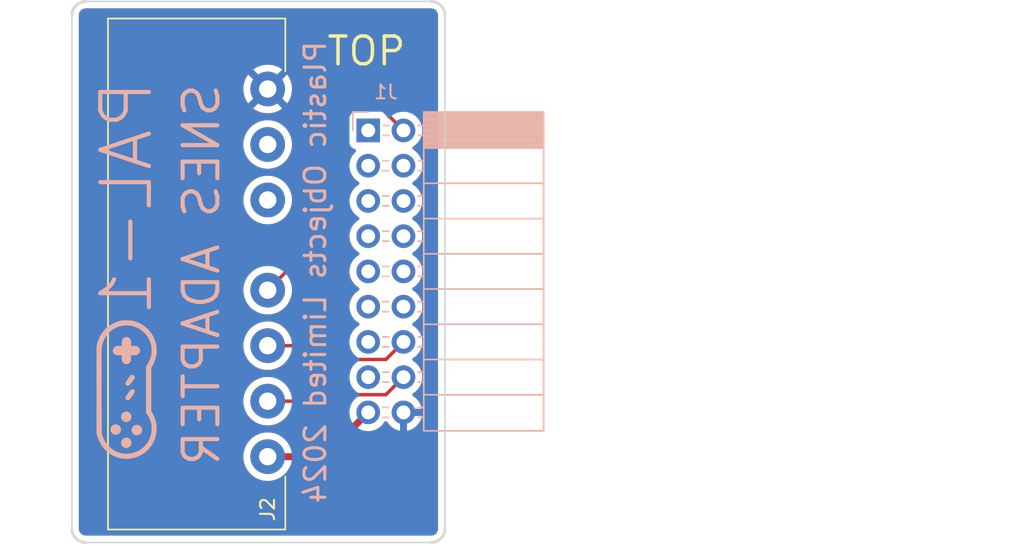
<source format=kicad_pcb>
(kicad_pcb (version 20221018) (generator pcbnew)
  (layers (0 "F.Cu" signal) (31 "B.Cu" signal) (34 "B.Paste" user) (35 "F.Paste" user) (36 "B.SilkS" user "B.Silkscreen") (37 "F.SilkS" user "F.Silkscreen") (38 "B.Mask" user) (39 "F.Mask" user) (44 "Edge.Cuts" user))
  (net 0 "")
  (net 12 "/VCC")
  (net 13 "/GND")
  (net 16 "/DATA")
  (net 17 "/LATCH")
  (net 18 "/CLOCK")
  (footprint "SNES:Connector" (layer "F.Cu") (at 94.234 93.282 90)
    (fp_text reference "J2" (at -16.319 0 90 unlocked) (layer "F.SilkS"))
    (fp_text value "SNES SOCKET")
    (fp_line (start -17.78 -11.5) (end -17.78 1.27) (stroke (width 0.12)) (layer "F.SilkS"))
    (fp_line (start -17.78 1.27) (end -13.97 1.27) (stroke (width 0.12)) (layer "F.SilkS"))
    (fp_line (start 15.24 1.27) (end 19.05 1.27) (stroke (width 0.12)) (layer "F.SilkS"))
    (fp_line (start 19.05 -11.5) (end -17.78 -11.5) (stroke (width 0.12)) (layer "F.SilkS"))
    (fp_line (start 19.05 1.27) (end 19.05 -11.5) (stroke (width 0.12)) (layer "F.SilkS"))
    (pad "1" thru_hole circle (at -12.53 0 90) (size 2.5 2.5) (drill 1.25) (layers "*.Cu" "*.Mask") (net 12 "/VCC"))
    (pad "2" thru_hole circle (at -8.53 0 90) (size 2.5 2.5) (drill 1.25) (layers "*.Cu" "*.Mask") (net 18 "/CLOCK"))
    (pad "3" thru_hole circle (at -4.53 0 90) (size 2.5 2.5) (drill 1.25) (layers "*.Cu" "*.Mask") (net 17 "/LATCH"))
    (pad "4" thru_hole circle (at -0.53 0 90) (size 2.5 2.5) (drill 1.25) (layers "*.Cu" "*.Mask") (net 16 "/DATA"))
    (pad "5" thru_hole circle (at 5.97 0 90) (size 2.5 2.5) (drill 1.25) (layers "*.Cu" "*.Mask"))
    (pad "6" thru_hole circle (at 9.97 0 90) (size 2.5 2.5) (drill 1.25) (layers "*.Cu" "*.Mask"))
    (pad "7" thru_hole circle (at 13.97 0 90) (size 2.5 2.5) (drill 1.25) (layers "*.Cu" "*.Mask") (net 13 "/GND"))
  )
  (footprint "Connector_PinSocket_2.54mm:PinSocket_2x09_P2.54mm_Horizontal" (layer "B.Cu") (at 101.473 82.3 180)
    (fp_text reference "J1" (at -1.27 2.77) (layer "B.SilkS") (effects (justify mirror)))
    (fp_text value "Conn_Adapter_A")
    (fp_line (start -12.63 -21.65) (end -4 -21.65) (stroke (width 0.12)) (layer "B.SilkS"))
    (fp_line (start -12.63 -19.05) (end -4 -19.05) (stroke (width 0.12)) (layer "B.SilkS"))
    (fp_line (start -12.63 -16.51) (end -4 -16.51) (stroke (width 0.12)) (layer "B.SilkS"))
    (fp_line (start -12.63 -13.97) (end -4 -13.97) (stroke (width 0.12)) (layer "B.SilkS"))
    (fp_line (start -12.63 -11.43) (end -4 -11.43) (stroke (width 0.12)) (layer "B.SilkS"))
    (fp_line (start -12.63 -8.89) (end -4 -8.89) (stroke (width 0.12)) (layer "B.SilkS"))
    (fp_line (start -12.63 -6.35) (end -4 -6.35) (stroke (width 0.12)) (layer "B.SilkS"))
    (fp_line (start -12.63 -3.81) (end -4 -3.81) (stroke (width 0.12)) (layer "B.SilkS"))
    (fp_line (start -12.63 -1.27) (end -4 -1.27) (stroke (width 0.12)) (layer "B.SilkS"))
    (fp_line (start -12.63 -1.1519) (end -4 -1.1519) (stroke (width 0.12)) (layer "B.SilkS"))
    (fp_line (start -12.63 -1.033805) (end -4 -1.033805) (stroke (width 0.12)) (layer "B.SilkS"))
    (fp_line (start -12.63 -0.91571) (end -4 -0.91571) (stroke (width 0.12)) (layer "B.SilkS"))
    (fp_line (start -12.63 -0.797615) (end -4 -0.797615) (stroke (width 0.12)) (layer "B.SilkS"))
    (fp_line (start -12.63 -0.67952) (end -4 -0.67952) (stroke (width 0.12)) (layer "B.SilkS"))
    (fp_line (start -12.63 -0.561425) (end -4 -0.561425) (stroke (width 0.12)) (layer "B.SilkS"))
    (fp_line (start -12.63 -0.44333) (end -4 -0.44333) (stroke (width 0.12)) (layer "B.SilkS"))
    (fp_line (start -12.63 -0.325235) (end -4 -0.325235) (stroke (width 0.12)) (layer "B.SilkS"))
    (fp_line (start -12.63 -0.20714) (end -4 -0.20714) (stroke (width 0.12)) (layer "B.SilkS"))
    (fp_line (start -12.63 -0.089045) (end -4 -0.089045) (stroke (width 0.12)) (layer "B.SilkS"))
    (fp_line (start -12.63 0.02905) (end -4 0.02905) (stroke (width 0.12)) (layer "B.SilkS"))
    (fp_line (start -12.63 0.147145) (end -4 0.147145) (stroke (width 0.12)) (layer "B.SilkS"))
    (fp_line (start -12.63 0.26524) (end -4 0.26524) (stroke (width 0.12)) (layer "B.SilkS"))
    (fp_line (start -12.63 0.383335) (end -4 0.383335) (stroke (width 0.12)) (layer "B.SilkS"))
    (fp_line (start -12.63 0.50143) (end -4 0.50143) (stroke (width 0.12)) (layer "B.SilkS"))
    (fp_line (start -12.63 0.619525) (end -4 0.619525) (stroke (width 0.12)) (layer "B.SilkS"))
    (fp_line (start -12.63 0.73762) (end -4 0.73762) (stroke (width 0.12)) (layer "B.SilkS"))
    (fp_line (start -12.63 0.855715) (end -4 0.855715) (stroke (width 0.12)) (layer "B.SilkS"))
    (fp_line (start -12.63 0.97381) (end -4 0.97381) (stroke (width 0.12)) (layer "B.SilkS"))
    (fp_line (start -12.63 1.091905) (end -4 1.091905) (stroke (width 0.12)) (layer "B.SilkS"))
    (fp_line (start -12.63 1.21) (end -4 1.21) (stroke (width 0.12)) (layer "B.SilkS"))
    (fp_line (start -12.63 1.33) (end -12.63 -21.65) (stroke (width 0.12)) (layer "B.SilkS"))
    (fp_line (start -12.63 1.33) (end -4 1.33) (stroke (width 0.12)) (layer "B.SilkS"))
    (fp_line (start -4 -20.68) (end -3.59 -20.68) (stroke (width 0.12)) (layer "B.SilkS"))
    (fp_line (start -4 -19.96) (end -3.59 -19.96) (stroke (width 0.12)) (layer "B.SilkS"))
    (fp_line (start -4 -18.14) (end -3.59 -18.14) (stroke (width 0.12)) (layer "B.SilkS"))
    (fp_line (start -4 -17.42) (end -3.59 -17.42) (stroke (width 0.12)) (layer "B.SilkS"))
    (fp_line (start -4 -15.6) (end -3.59 -15.6) (stroke (width 0.12)) (layer "B.SilkS"))
    (fp_line (start -4 -14.88) (end -3.59 -14.88) (stroke (width 0.12)) (layer "B.SilkS"))
    (fp_line (start -4 -13.06) (end -3.59 -13.06) (stroke (width 0.12)) (layer "B.SilkS"))
    (fp_line (start -4 -12.34) (end -3.59 -12.34) (stroke (width 0.12)) (layer "B.SilkS"))
    (fp_line (start -4 -10.52) (end -3.59 -10.52) (stroke (width 0.12)) (layer "B.SilkS"))
    (fp_line (start -4 -9.8) (end -3.59 -9.8) (stroke (width 0.12)) (layer "B.SilkS"))
    (fp_line (start -4 -7.98) (end -3.59 -7.98) (stroke (width 0.12)) (layer "B.SilkS"))
    (fp_line (start -4 -7.26) (end -3.59 -7.26) (stroke (width 0.12)) (layer "B.SilkS"))
    (fp_line (start -4 -5.44) (end -3.59 -5.44) (stroke (width 0.12)) (layer "B.SilkS"))
    (fp_line (start -4 -4.72) (end -3.59 -4.72) (stroke (width 0.12)) (layer "B.SilkS"))
    (fp_line (start -4 -2.9) (end -3.59 -2.9) (stroke (width 0.12)) (layer "B.SilkS"))
    (fp_line (start -4 -2.18) (end -3.59 -2.18) (stroke (width 0.12)) (layer "B.SilkS"))
    (fp_line (start -4 -0.36) (end -3.59 -0.36) (stroke (width 0.12)) (layer "B.SilkS"))
    (fp_line (start -4 0.36) (end -3.59 0.36) (stroke (width 0.12)) (layer "B.SilkS"))
    (fp_line (start -4 1.33) (end -4 -21.65) (stroke (width 0.12)) (layer "B.SilkS"))
    (fp_line (start -1.49 -20.68) (end -1.05 -20.68) (stroke (width 0.12)) (layer "B.SilkS"))
    (fp_line (start -1.49 -19.96) (end -1.05 -19.96) (stroke (width 0.12)) (layer "B.SilkS"))
    (fp_line (start -1.49 -18.14) (end -1.05 -18.14) (stroke (width 0.12)) (layer "B.SilkS"))
    (fp_line (start -1.49 -17.42) (end -1.05 -17.42) (stroke (width 0.12)) (layer "B.SilkS"))
    (fp_line (start -1.49 -15.6) (end -1.05 -15.6) (stroke (width 0.12)) (layer "B.SilkS"))
    (fp_line (start -1.49 -14.88) (end -1.05 -14.88) (stroke (width 0.12)) (layer "B.SilkS"))
    (fp_line (start -1.49 -13.06) (end -1.05 -13.06) (stroke (width 0.12)) (layer "B.SilkS"))
    (fp_line (start -1.49 -12.34) (end -1.05 -12.34) (stroke (width 0.12)) (layer "B.SilkS"))
    (fp_line (start -1.49 -10.52) (end -1.05 -10.52) (stroke (width 0.12)) (layer "B.SilkS"))
    (fp_line (start -1.49 -9.8) (end -1.05 -9.8) (stroke (width 0.12)) (layer "B.SilkS"))
    (fp_line (start -1.49 -7.98) (end -1.05 -7.98) (stroke (width 0.12)) (layer "B.SilkS"))
    (fp_line (start -1.49 -7.26) (end -1.05 -7.26) (stroke (width 0.12)) (layer "B.SilkS"))
    (fp_line (start -1.49 -5.44) (end -1.05 -5.44) (stroke (width 0.12)) (layer "B.SilkS"))
    (fp_line (start -1.49 -4.72) (end -1.05 -4.72) (stroke (width 0.12)) (layer "B.SilkS"))
    (fp_line (start -1.49 -2.9) (end -1.05 -2.9) (stroke (width 0.12)) (layer "B.SilkS"))
    (fp_line (start -1.49 -2.18) (end -1.05 -2.18) (stroke (width 0.12)) (layer "B.SilkS"))
    (fp_line (start -1.49 -0.36) (end -1.11 -0.36) (stroke (width 0.12)) (layer "B.SilkS"))
    (fp_line (start -1.49 0.36) (end -1.11 0.36) (stroke (width 0.12)) (layer "B.SilkS"))
    (fp_line (start 0 1.33) (end 1.11 1.33) (stroke (width 0.12)) (layer "B.SilkS"))
    (fp_line (start 1.11 1.33) (end 1.11 0) (stroke (width 0.12)) (layer "B.SilkS"))
    (pad "1" thru_hole rect (at 0 0 180) (size 1.7 1.7) (drill 1) (layers "*.Cu" "*.Mask"))
    (pad "2" thru_hole oval (at -2.54 0 180) (size 1.7 1.7) (drill 1) (layers "*.Cu" "*.Mask") (net 16 "/DATA"))
    (pad "3" thru_hole oval (at 0 -2.54 180) (size 1.7 1.7) (drill 1) (layers "*.Cu" "*.Mask"))
    (pad "4" thru_hole oval (at -2.54 -2.54 180) (size 1.7 1.7) (drill 1) (layers "*.Cu" "*.Mask"))
    (pad "5" thru_hole oval (at 0 -5.08 180) (size 1.7 1.7) (drill 1) (layers "*.Cu" "*.Mask"))
    (pad "6" thru_hole oval (at -2.54 -5.08 180) (size 1.7 1.7) (drill 1) (layers "*.Cu" "*.Mask"))
    (pad "7" thru_hole oval (at 0 -7.62 180) (size 1.7 1.7) (drill 1) (layers "*.Cu" "*.Mask"))
    (pad "8" thru_hole oval (at -2.54 -7.62 180) (size 1.7 1.7) (drill 1) (layers "*.Cu" "*.Mask"))
    (pad "9" thru_hole oval (at 0 -10.16 180) (size 1.7 1.7) (drill 1) (layers "*.Cu" "*.Mask"))
    (pad "10" thru_hole oval (at -2.54 -10.16 180) (size 1.7 1.7) (drill 1) (layers "*.Cu" "*.Mask"))
    (pad "11" thru_hole oval (at 0 -12.7 180) (size 1.7 1.7) (drill 1) (layers "*.Cu" "*.Mask"))
    (pad "12" thru_hole oval (at -2.54 -12.7 180) (size 1.7 1.7) (drill 1) (layers "*.Cu" "*.Mask"))
    (pad "13" thru_hole oval (at 0 -15.24 180) (size 1.7 1.7) (drill 1) (layers "*.Cu" "*.Mask"))
    (pad "14" thru_hole oval (at -2.54 -15.24 180) (size 1.7 1.7) (drill 1) (layers "*.Cu" "*.Mask") (net 17 "/LATCH"))
    (pad "15" thru_hole oval (at 0 -17.78 180) (size 1.7 1.7) (drill 1) (layers "*.Cu" "*.Mask"))
    (pad "16" thru_hole oval (at -2.54 -17.78 180) (size 1.7 1.7) (drill 1) (layers "*.Cu" "*.Mask") (net 18 "/CLOCK"))
    (pad "17" thru_hole oval (at 0 -20.32 180) (size 1.7 1.7) (drill 1) (layers "*.Cu" "*.Mask") (net 12 "/VCC"))
    (pad "18" thru_hole oval (at -2.54 -20.32 180) (size 1.7 1.7) (drill 1) (layers "*.Cu" "*.Mask") (net 13 "/GND"))
  )
  (footprint "SNES:Controller" (layer "B.Cu") (at 84.074 100.977 -90)
    (fp_text reference "G***" hide)
    (fp_text value "LOGO" hide)
    (fp_poly (pts (xy 2.973189 1.148672) (xy 3.087066 1.09785) (xy 3.147671 1.048731) (xy 3.227739 0.940957) (xy 3.260124 0.819325) (xy 3.249304 0.695717) (xy 3.19863 0.57242) (xy 3.114302 0.479151) (xy 3.005636 0.420277) (xy 2.881952 0.400166) (xy 2.752564 0.423186) (xy 2.70812 0.442012) (xy 2.605506 0.519278) (xy 2.536846 0.629868) (xy 2.508209 0.749792) (xy 2.51709 0.88013) (xy 2.564785 0.990239) (xy 2.642768 1.076133) (xy 2.742514 1.133828) (xy 2.855496 1.159336)) (fill solid) (layer "B.SilkS"))
    (fp_poly (pts (xy 2.988627 -0.360866) (xy 3.09386 -0.402406) (xy 3.190466 -0.478282) (xy 3.260474 -0.573664) (xy 3.269117 -0.592363) (xy 3.298576 -0.718824) (xy 3.285235 -0.839174) (xy 3.236005 -0.946577) (xy 3.157798 -1.034198) (xy 3.057524 -1.095199) (xy 2.942095 -1.122745) (xy 2.818422 -1.11) (xy 2.765221 -1.090783) (xy 2.657124 -1.017915) (xy 2.583246 -0.916864) (xy 2.545987 -0.79808) (xy 2.54775 -0.672012) (xy 2.590934 -0.549111) (xy 2.62794 -0.493215) (xy 2.704736 -0.428257) (xy 2.809222 -0.380488) (xy 2.919911 -0.357793)) (fill solid) (layer "B.SilkS"))
    (fp_poly (pts (xy 3.904218 0.396724) (xy 4.015705 0.352857) (xy 4.02922 0.344088) (xy 4.141531 0.244804) (xy 4.205721 0.133172) (xy 4.221419 0.010336) (xy 4.188252 -0.12256) (xy 4.184163 -0.132047) (xy 4.109455 -0.244529) (xy 4.006074 -0.320574) (xy 3.883535 -0.356021) (xy 3.751348 -0.346712) (xy 3.716622 -0.336464) (xy 3.597406 -0.276052) (xy 3.515573 -0.186875) (xy 3.487482 -0.132183) (xy 3.458701 -0.010443) (xy 3.471108 0.106234) (xy 3.517654 0.211649) (xy 3.591288 0.299603) (xy 3.68496 0.363899) (xy 3.79162 0.398338)) (fill solid) (layer "B.SilkS"))
    (fp_poly (pts (xy 2.054296 0.389365) (xy 2.101769 0.375493) (xy 2.192444 0.317271) (xy 2.273108 0.229853) (xy 2.328573 0.131509) (xy 2.341556 0.087041) (xy 2.340427 -0.030803) (xy 2.300108 -0.148872) (xy 2.22814 -0.249473) (xy 2.181516 -0.288465) (xy 2.067958 -0.338771) (xy 1.941204 -0.352146) (xy 1.818845 -0.32836) (xy 1.751711 -0.29404) (xy 1.667087 -0.213722) (xy 1.605307 -0.111513) (xy 1.577201 -0.006238) (xy 1.576551 0.010477) (xy 1.594193 0.104264) (xy 1.63949 0.206924) (xy 1.700999 0.296085) (xy 1.742545 0.334985) (xy 1.832867 0.376398) (xy 1.944895 0.39544)) (fill solid) (layer "B.SilkS"))
    (fp_poly (pts (xy -0.351012 0.057475) (xy -0.322096 0.027257) (xy -0.283483 -0.032516) (xy -0.271783 -0.089474) (xy -0.290171 -0.149071) (xy -0.341819 -0.216762) (xy -0.429902 -0.298003) (xy -0.557592 -0.398247) (xy -0.578919 -0.414189) (xy -0.703365 -0.503581) (xy -0.797832 -0.561933) (xy -0.869805 -0.591391) (xy -0.926768 -0.594103) (xy -0.976205 -0.572214) (xy -1.014635 -0.539167) (xy -1.067167 -0.460464) (xy -1.071189 -0.374448) (xy -1.060268 -0.33831) (xy -1.035062 -0.308088) (xy -0.977759 -0.255514) (xy -0.89666 -0.187782) (xy -0.80007 -0.112081) (xy -0.792108 -0.106037) (xy -0.657198 -0.008823) (xy -0.551546 0.054458) (xy -0.469239 0.085484) (xy -0.404365 0.085931)) (fill solid) (layer "B.SilkS"))
    (fp_poly (pts (xy 0.68411 0.06399) (xy 0.745186 0.00877) (xy 0.772804 -0.068482) (xy 0.75984 -0.155675) (xy 0.750424 -0.17576) (xy 0.717124 -0.21452) (xy 0.652961 -0.27147) (xy 0.567684 -0.339559) (xy 0.471043 -0.411739) (xy 0.372787 -0.480961) (xy 0.282664 -0.540174) (xy 0.210424 -0.582331) (xy 0.165816 -0.60038) (xy 0.162886 -0.600591) (xy 0.104098 -0.585423) (xy 0.041171 -0.54893) (xy 0.040911 -0.548726) (xy -0.013855 -0.477427) (xy -0.022827 -0.388731) (xy -0.009233 -0.33831) (xy 0.015972 -0.308088) (xy 0.073276 -0.255514) (xy 0.154374 -0.187782) (xy 0.250965 -0.112081) (xy 0.258927 -0.106037) (xy 0.373663 -0.021364) (xy 0.458677 0.035318) (xy 0.522187 0.068659) (xy 0.572412 0.083308) (xy 0.596704 0.085083)) (fill solid) (layer "B.SilkS"))
    (fp_poly (pts (xy -2.694748 0.975433) (xy -2.595312 0.918063) (xy -2.527883 0.838963) (xy -2.500321 0.781849) (xy -2.484596 0.711765) (xy -2.478074 0.613818) (xy -2.477439 0.553844) (xy -2.477439 0.350344) (xy -2.283108 0.350344) (xy -2.128762 0.340401) (xy -2.013206 0.308392) (xy -1.928841 0.251046) (xy -1.872525 0.173629) (xy -1.831542 0.051303) (xy -1.840445 -0.07142) (xy -1.87063 -0.148026) (xy -1.932104 -0.231484) (xy -2.020206 -0.28691) (xy -2.141644 -0.317188) (xy -2.283108 -0.325321) (xy -2.477439 -0.325321) (xy -2.477439 -0.527913) (xy -2.483812 -0.667101) (xy -2.506215 -0.768545) (xy -2.549577 -0.843301) (xy -2.618825 -0.902426) (xy -2.653764 -0.923553) (xy -2.756357 -0.966887) (xy -2.849598 -0.969544) (xy -2.952408 -0.932129) (xy -3.04742 -0.867425) (xy -3.109853 -0.781057) (xy -3.143721 -0.664868) (xy -3.153104 -0.524307) (xy -3.153104 -0.3303) (xy -3.380267 -0.321554) (xy -3.488211 -0.316692) (xy -3.559326 -0.309333) (xy -3.606803 -0.295215) (xy -3.64383 -0.270079) (xy -3.683598 -0.229661) (xy -3.691562 -0.220984) (xy -3.768606 -0.10943) (xy -3.795818 0.003252) (xy -3.773413 0.11817) (xy -3.762532 0.142473) (xy -3.69934 0.239321) (xy -3.616456 0.303337) (xy -3.505213 0.338884) (xy -3.356939 0.350326) (xy -3.3496 0.350344) (xy -3.153104 0.350344) (xy -3.15301 0.544285) (xy -3.149081 0.661904) (xy -3.135655 0.74486) (xy -3.11007 0.808071) (xy -3.104156 0.818197) (xy -3.020641 0.914771) (xy -2.917706 0.973416) (xy -2.805644 0.993761)) (fill solid) (layer "B.SilkS"))
    (fp_poly (pts (xy 3.344907 2.11007) (xy 3.657149 2.002501) (xy 3.94341 1.855581) (xy 4.201015 1.673156) (xy 4.427291 1.459071) (xy 4.619564 1.217173) (xy 4.775159 0.951307) (xy 4.891403 0.665319) (xy 4.965622 0.363054) (xy 4.995141 0.048359) (xy 4.981171 -0.243271) (xy 4.920376 -0.560212) (xy 4.8151 -0.860333) (xy 4.668881 -1.139559) (xy 4.485254 -1.39382) (xy 4.267756 -1.619043) (xy 4.019924 -1.811155) (xy 3.745293 -1.966084) (xy 3.4474 -2.079757) (xy 3.367162 -2.101903) (xy 3.04374 -2.159267) (xy 2.718303 -2.168498) (xy 2.39659 -2.130358) (xy 2.084339 -2.045603) (xy 1.78729 -1.914995) (xy 1.73454 -1.885912) (xy 1.542984 -1.776749) (xy -0.006162 -1.776749) (xy -1.555308 -1.776749) (xy -1.728675 -1.878001) (xy -2.016955 -2.018252) (xy -2.323086 -2.114756) (xy -2.63951 -2.166182) (xy -2.958668 -2.171197) (xy -3.215665 -2.140014) (xy -3.530221 -2.056729) (xy -3.824922 -1.929609) (xy -4.095881 -1.762253) (xy -4.339212 -1.558261) (xy -4.551026 -1.321231) (xy -4.727438 -1.054762) (xy -4.864559 -0.762454) (xy -4.9338 -0.549188) (xy -4.959726 -0.441244) (xy -4.97677 -0.336754) (xy -4.986552 -0.220191) (xy -4.990693 -0.076032) (xy -4.9909 -0.04123) (xy -4.627286 -0.04123) (xy -4.59442 -0.333073) (xy -4.512263 -0.623716) (xy -4.425649 -0.825111) (xy -4.324891 -0.993691) (xy -4.191181 -1.164727) (xy -4.036303 -1.326087) (xy -3.87204 -1.465641) (xy -3.710177 -1.57126) (xy -3.691133 -1.581251) (xy -3.553555 -1.64504) (xy -3.405759 -1.703193) (xy -3.26404 -1.749963) (xy -3.144693 -1.779599) (xy -3.115567 -1.784305) (xy -2.983829 -1.794924) (xy -2.828357 -1.797085) (xy -2.66908 -1.791349) (xy -2.525931 -1.778279) (xy -2.447826 -1.765458) (xy -2.263585 -1.714674) (xy -2.077234 -1.642694) (xy -1.907861 -1.557653) (xy -1.805627 -1.491794) (xy -1.682458 -1.40138) (xy -0.006218 -1.40138) (xy 1.670022 -1.40138) (xy 1.832584 -1.510389) (xy 1.935275 -1.571268) (xy 2.062085 -1.635129) (xy 2.189299 -1.690234) (xy 2.217524 -1.70095) (xy 2.331065 -1.739825) (xy 2.43027 -1.765646) (xy 2.533856 -1.781871) (xy 2.660537 -1.791959) (xy 2.728316 -1.795341) (xy 2.975111 -1.793602) (xy 3.200245 -1.762505) (xy 3.420835 -1.698394) (xy 3.653596 -1.597812) (xy 3.759538 -1.541912) (xy 3.850608 -1.483034) (xy 3.940532 -1.410786) (xy 4.043033 -1.314776) (xy 4.092599 -1.265408) (xy 4.198437 -1.155448) (xy 4.277154 -1.063678) (xy 4.339461 -0.975518) (xy 4.396069 -0.876392) (xy 4.434375 -0.800214) (xy 4.548288 -0.514717) (xy 4.612194 -0.228853) (xy 4.626077 0.057279) (xy 4.592227 0.332631) (xy 4.529395 0.577037) (xy 4.445991 0.78735) (xy 4.3344 0.977721) (xy 4.187005 1.162297) (xy 4.091527 1.262851) (xy 3.932009 1.41102) (xy 3.77714 1.52607) (xy 3.609387 1.619115) (xy 3.41122 1.701268) (xy 3.384862 1.710815) (xy 3.165615 1.789261) (xy 0.100098 1.796302) (xy -0.360845 1.797308) (xy -0.774484 1.79808) (xy -1.143564 1.798588) (xy -1.47083 1.798804) (xy -1.759026 1.798702) (xy -2.010898 1.798253) (xy -2.22919 1.797429) (xy -2.416648 1.796202) (xy -2.576016 1.794545) (xy -2.710039 1.79243) (xy -2.821462 1.789828) (xy -2.913029 1.786712) (xy -2.987487 1.783055) (xy -3.047579 1.778828) (xy -3.09605 1.774003) (xy -3.135646 1.768552) (xy -3.165616 1.763159) (xy -3.454348 1.680802) (xy -3.720738 1.555952) (xy -3.960804 1.392148) (xy -4.170564 1.192928) (xy -4.346036 0.961831) (xy -4.483236 0.702394) (xy -4.544442 0.538029) (xy -4.610685 0.249806) (xy -4.627286 -0.04123) (xy -4.9909 -0.04123) (xy -4.991146 0) (xy -4.986456 0.208933) (xy -4.969445 0.385049) (xy -4.936657 0.544788) (xy -4.884631 0.70459) (xy -4.809913 0.880897) (xy -4.802497 0.89697) (xy -4.640232 1.189577) (xy -4.441137 1.449158) (xy -4.207749 1.673592) (xy -3.942602 1.860762) (xy -3.648233 2.008548) (xy -3.353301 2.108033) (xy -3.140592 2.16463) (xy 0 2.16463) (xy 3.140591 2.16463)) (fill solid) (layer "B.SilkS"))
  )
  (gr_arc (start 106 73) (mid 106.707106 73.292893) (end 107 74) (stroke (width 0.2)) (layer "Edge.Cuts"))
  (gr_line (start 81.137 73) (end 106 73) (stroke (width 0.1)) (layer "Edge.Cuts"))
  (gr_arc (start 80.137 74) (mid 80.429893 73.292894) (end 81.137 73) (stroke (width 0.2)) (layer "Edge.Cuts"))
  (gr_line (start 107 74) (end 107 111) (stroke (width 0.1)) (layer "Edge.Cuts"))
  (gr_arc (start 107 111) (mid 106.707107 111.707106) (end 106 112) (stroke (width 0.2)) (layer "Edge.Cuts"))
  (gr_line (start 81.137 112) (end 106 112) (stroke (width 0.1)) (layer "Edge.Cuts"))
  (gr_arc (start 81.137 112) (mid 80.429894 111.707107) (end 80.137 111) (stroke (width 0.2)) (layer "Edge.Cuts"))
  (gr_line (start 80.137 74) (end 80.137 111) (stroke (width 0.1)) (layer "Edge.Cuts"))
  (gr_text "PAL-1" (at 84.074 78.498 90) (layer "B.SilkS") (effects (font (size 3.5 3.5) (thickness 0.3) bold) (justify left mirror)))
  (gr_text "SNES ADAPTER" (at 90.932 78.752 90) (layer "B.SilkS") (effects (font (size 2.5 2.5) (thickness 0.3) bold) (justify left bottom mirror)))
  (gr_text "Plastic Objects Limited 2024" (at 97.663 75.733705 90) (layer "B.SilkS") (effects (font (size 1.5 1.5) (thickness 0.21875)) (justify left mirror)))
  (gr_text "TOP" (at 101.346 76.581) (layer "F.SilkS") (effects (font (size 2 2) (thickness 0.25))))
  (segment (start 94.234 105.812) (end 98.281 105.812) (width 0.5) (layer "F.Cu") (net 12))
  (segment (start 98.281 105.812) (end 101.473 102.62) (width 0.5) (layer "F.Cu") (net 12))
  (segment (start 97.155 82.423) (end 98.806 80.772) (width 0.25) (layer "F.Cu") (net 16))
  (segment (start 97.155 90.891) (end 97.155 82.423) (width 0.25) (layer "F.Cu") (net 16))
  (segment (start 94.234 93.812) (end 97.155 90.891) (width 0.25) (layer "F.Cu") (net 16))
  (segment (start 102.485 80.772) (end 104.013 82.3) (width 0.25) (layer "F.Cu") (net 16))
  (segment (start 98.806 80.772) (end 102.485 80.772) (width 0.25) (layer "F.Cu") (net 16))
  (segment (start 94.234 97.812) (end 99.546 97.812) (width 0.25) (layer "F.Cu") (net 17))
  (segment (start 102.747 98.806) (end 104.013 97.54) (width 0.25) (layer "F.Cu") (net 17))
  (segment (start 99.568 97.79) (end 100.584 98.806) (width 0.25) (layer "F.Cu") (net 17))
  (segment (start 100.584 98.806) (end 102.747 98.806) (width 0.25) (layer "F.Cu") (net 17))
  (segment (start 99.546 97.812) (end 99.568 97.79) (width 0.25) (layer "F.Cu") (net 17))
  (segment (start 100.076 101.346) (end 102.747 101.346) (width 0.25) (layer "F.Cu") (net 18))
  (segment (start 99.61 101.812) (end 100.076 101.346) (width 0.25) (layer "F.Cu") (net 18))
  (segment (start 94.234 101.812) (end 99.61 101.812) (width 0.25) (layer "F.Cu") (net 18))
  (segment (start 102.747 101.346) (end 104.013 100.08) (width 0.25) (layer "F.Cu") (net 18))
  (zone (net 13) (net_name "/GND") (layers "F&B.Cu") (connect_pads (clearance 0.5)) (min_thickness 0.25) (fill yes (thermal_gap 0.5) (thermal_bridge_width 0.5))
    (polygon (pts (xy 77.47 73.025) (xy 148.59 72.898) (xy 148.715983 112.267747) (xy 77.346866 112.268) (xy 77.342435 112.268)))
  )
)
</source>
